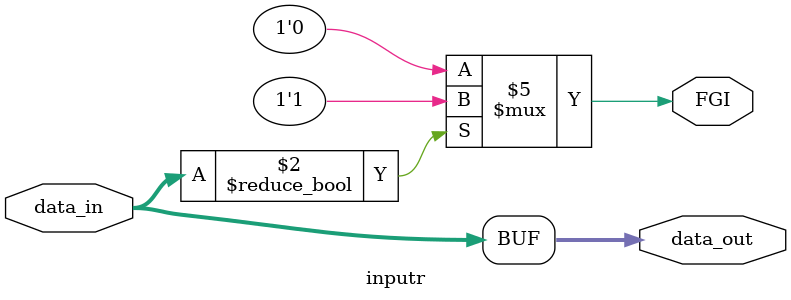
<source format=v>
module inputr (
    input [7:0] data_in,
    output reg [7:0] data_out,
    output reg FGI
);
    initial begin
        data_out = 8'h00;
        FGI = 1'b0;
    end
    always @(*) begin
        data_out = data_in;
        if (data_in != 8'h00) begin
            FGI = 1'b1; // Data is available
        end else begin
            FGI = 1'b0; // No data available
        end
    end
    
endmodule

</source>
